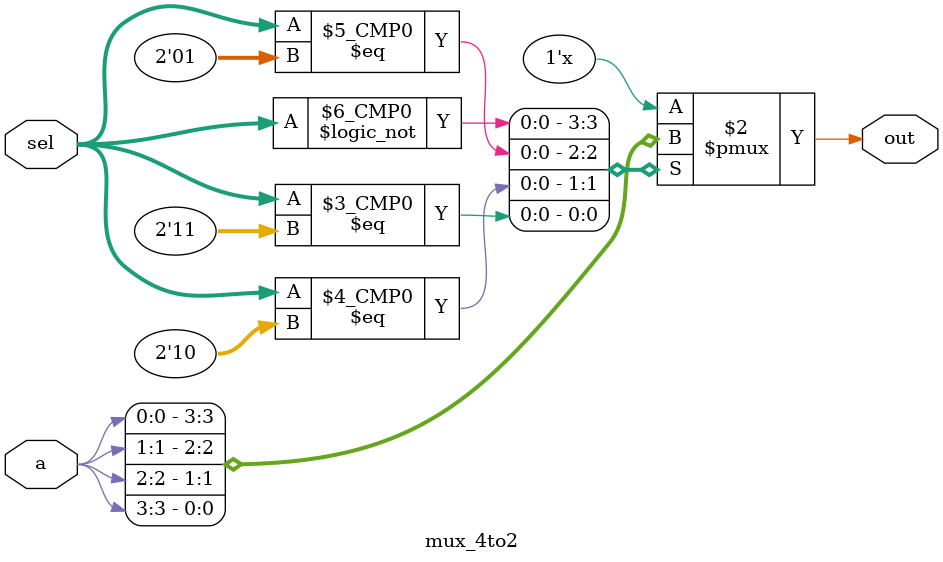
<source format=v>
`timescale 1ns / 1ps


module mux_4to2(
    input [3:0] a,
    input [1:0] sel,
    output reg out
    );
   always@(*) begin
   case (sel)
   2'b00: out=a[0];
   2'b01: out=a[1];
   2'b10: out=a[2];
   2'b11: out=a[3];
   default: out=0;
   endcase 
   end
endmodule

</source>
